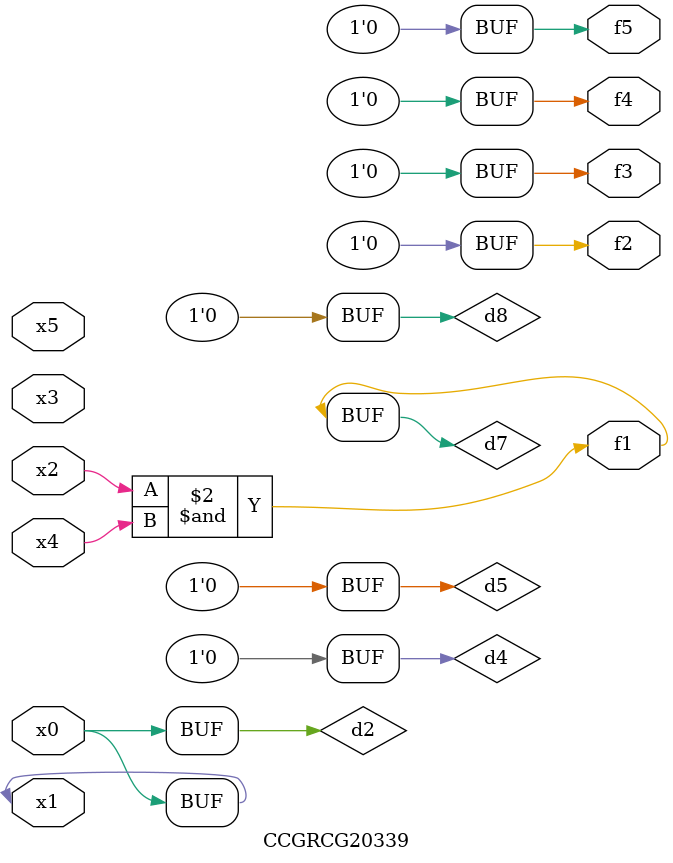
<source format=v>
module CCGRCG20339(
	input x0, x1, x2, x3, x4, x5,
	output f1, f2, f3, f4, f5
);

	wire d1, d2, d3, d4, d5, d6, d7, d8, d9;

	nand (d1, x1);
	buf (d2, x0, x1);
	nand (d3, x2, x4);
	and (d4, d1, d2);
	and (d5, d1, d2);
	nand (d6, d1, d3);
	not (d7, d3);
	xor (d8, d5);
	nor (d9, d5, d6);
	assign f1 = d7;
	assign f2 = d8;
	assign f3 = d8;
	assign f4 = d8;
	assign f5 = d8;
endmodule

</source>
